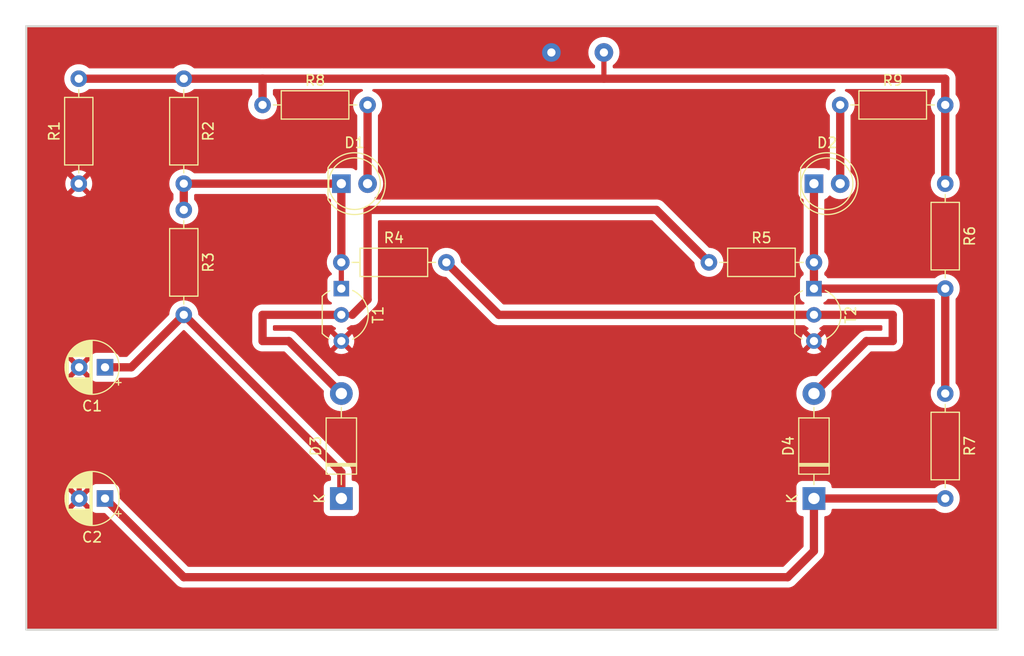
<source format=kicad_pcb>
(kicad_pcb (version 20221018) (generator pcbnew)
  (title_block (title "Semafór") (date "2025-04-04") (rev "1") (company "Piaristická spojená škola") (comment 2 "Dominik Nagy") (comment 3 "Autor:"))
  (layers (0 "F.Cu" signal) (31 "B.Cu" signal) (34 "B.Paste" user) (35 "F.Paste" user) (36 "B.SilkS" user "B.Silkscreen") (37 "F.SilkS" user "F.Silkscreen") (38 "B.Mask" user) (39 "F.Mask" user) (44 "Edge.Cuts" user))
  (net 0 "")
  (net 1 "Net-(D3-K)")
  (net 2 "GND")
  (net 3 "Net-(D4-K)")
  (net 4 "Net-(D1-K)")
  (net 5 "Net-(D1-A)")
  (net 6 "Net-(D2-K)")
  (net 7 "Net-(D2-A)")
  (net 8 "Net-(D3-A)")
  (net 9 "Net-(D4-A)")
  (net 10 "+9V")
  (footprint "LED_THT:LED_D5.0mm" (layer "F.Cu") (at 195.58 104.14)
    (fp_text reference "D1" (at 1.27 -3.96) (layer "F.SilkS"))
    (fp_text value "RED")
    (fp_line (start -1.29 -1.545) (end -1.29 1.545) (stroke (width 0.12)) (layer "F.SilkS"))
    (fp_arc (start -1.29 -1.54483) (mid 2.072002 -2.880433) (end 4.26 0.000462) (stroke (width 0.12)) (layer "F.SilkS"))
    (fp_arc (start 4.26 -0.000462) (mid 2.072002 2.880433) (end -1.29 1.54483) (stroke (width 0.12)) (layer "F.SilkS"))
    (fp_circle (center 1.27 0) (end 3.77 0) (stroke (width 0.12)) (fill none) (layer "F.SilkS"))
    (pad "1" thru_hole rect (at 0 0) (size 1.8 1.8) (drill 0.9) (layers "*.Cu" "*.Mask") (net 4 "Net-(D1-K)"))
    (pad "2" thru_hole circle (at 2.54 0) (size 1.8 1.8) (drill 0.9) (layers "*.Cu" "*.Mask") (net 5 "Net-(D1-A)"))
  )
  (footprint "Resistor_THT:R_Axial_DIN0207_L6.3mm_D2.5mm_P10.16mm_Horizontal" (layer "F.Cu") (at 180.34 106.68 -90)
    (fp_text reference "R3" (at 5.08 -2.37 90) (layer "F.SilkS"))
    (fp_text value "1kΩ")
    (fp_line (start 1.04 0) (end 1.81 0) (stroke (width 0.12)) (layer "F.SilkS"))
    (fp_line (start 1.81 -1.37) (end 1.81 1.37) (stroke (width 0.12)) (layer "F.SilkS"))
    (fp_line (start 1.81 1.37) (end 8.35 1.37) (stroke (width 0.12)) (layer "F.SilkS"))
    (fp_line (start 8.35 -1.37) (end 1.81 -1.37) (stroke (width 0.12)) (layer "F.SilkS"))
    (fp_line (start 8.35 1.37) (end 8.35 -1.37) (stroke (width 0.12)) (layer "F.SilkS"))
    (fp_line (start 9.12 0) (end 8.35 0) (stroke (width 0.12)) (layer "F.SilkS"))
    (pad "1" thru_hole circle (at 0 0 270) (size 1.6 1.6) (drill 0.8) (layers "*.Cu" "*.Mask") (net 4 "Net-(D1-K)"))
    (pad "2" thru_hole oval (at 10.16 0 270) (size 1.6 1.6) (drill 0.8) (layers "*.Cu" "*.Mask") (net 1 "Net-(D3-K)"))
  )
  (footprint "Resistor_THT:R_Axial_DIN0207_L6.3mm_D2.5mm_P10.16mm_Horizontal" (layer "F.Cu") (at 170.18 104.14 90)
    (fp_text reference "R1" (at 5.08 -2.37 90) (layer "F.SilkS"))
    (fp_text value "10kΩ")
    (fp_line (start 1.04 0) (end 1.81 0) (stroke (width 0.12)) (layer "F.SilkS"))
    (fp_line (start 1.81 -1.37) (end 1.81 1.37) (stroke (width 0.12)) (layer "F.SilkS"))
    (fp_line (start 1.81 1.37) (end 8.35 1.37) (stroke (width 0.12)) (layer "F.SilkS"))
    (fp_line (start 8.35 -1.37) (end 1.81 -1.37) (stroke (width 0.12)) (layer "F.SilkS"))
    (fp_line (start 8.35 1.37) (end 8.35 -1.37) (stroke (width 0.12)) (layer "F.SilkS"))
    (fp_line (start 9.12 0) (end 8.35 0) (stroke (width 0.12)) (layer "F.SilkS"))
    (pad "1" thru_hole circle (at 0 0 90) (size 1.6 1.6) (drill 0.8) (layers "*.Cu" "*.Mask") (net 2 "GND"))
    (pad "2" thru_hole oval (at 10.16 0 90) (size 1.6 1.6) (drill 0.8) (layers "*.Cu" "*.Mask") (net 10 "+9V"))
  )
  (footprint "Resistor_THT:R_Axial_DIN0207_L6.3mm_D2.5mm_P10.16mm_Horizontal" (layer "F.Cu") (at 254 104.14 -90)
    (fp_text reference "R6" (at 5.08 -2.37 90) (layer "F.SilkS"))
    (fp_text value "1kΩ")
    (fp_line (start 1.04 0) (end 1.81 0) (stroke (width 0.12)) (layer "F.SilkS"))
    (fp_line (start 1.81 -1.37) (end 1.81 1.37) (stroke (width 0.12)) (layer "F.SilkS"))
    (fp_line (start 1.81 1.37) (end 8.35 1.37) (stroke (width 0.12)) (layer "F.SilkS"))
    (fp_line (start 8.35 -1.37) (end 1.81 -1.37) (stroke (width 0.12)) (layer "F.SilkS"))
    (fp_line (start 8.35 1.37) (end 8.35 -1.37) (stroke (width 0.12)) (layer "F.SilkS"))
    (fp_line (start 9.12 0) (end 8.35 0) (stroke (width 0.12)) (layer "F.SilkS"))
    (pad "1" thru_hole circle (at 0 0 270) (size 1.6 1.6) (drill 0.8) (layers "*.Cu" "*.Mask") (net 10 "+9V"))
    (pad "2" thru_hole oval (at 10.16 0 270) (size 1.6 1.6) (drill 0.8) (layers "*.Cu" "*.Mask") (net 6 "Net-(D2-K)"))
  )
  (footprint "Resistor_THT:R_Axial_DIN0207_L6.3mm_D2.5mm_P10.16mm_Horizontal" (layer "F.Cu") (at 243.84 96.52)
    (fp_text reference "R9" (at 5.08 -2.37) (layer "F.SilkS"))
    (fp_text value "470Ω")
    (fp_line (start 1.04 0) (end 1.81 0) (stroke (width 0.12)) (layer "F.SilkS"))
    (fp_line (start 1.81 -1.37) (end 1.81 1.37) (stroke (width 0.12)) (layer "F.SilkS"))
    (fp_line (start 1.81 1.37) (end 8.35 1.37) (stroke (width 0.12)) (layer "F.SilkS"))
    (fp_line (start 8.35 -1.37) (end 1.81 -1.37) (stroke (width 0.12)) (layer "F.SilkS"))
    (fp_line (start 8.35 1.37) (end 8.35 -1.37) (stroke (width 0.12)) (layer "F.SilkS"))
    (fp_line (start 9.12 0) (end 8.35 0) (stroke (width 0.12)) (layer "F.SilkS"))
    (pad "1" thru_hole circle (at 0 0) (size 1.6 1.6) (drill 0.8) (layers "*.Cu" "*.Mask") (net 7 "Net-(D2-A)"))
    (pad "2" thru_hole oval (at 10.16 0) (size 1.6 1.6) (drill 0.8) (layers "*.Cu" "*.Mask") (net 10 "+9V"))
  )
  (footprint "Diode_THT:D_DO-41_SOD81_P10.16mm_Horizontal" (layer "F.Cu") (at 241.3 134.62 90)
    (fp_text reference "D4" (at 5.08 -2.47 90) (layer "F.SilkS"))
    (fp_text value "1N4001")
    (fp_text user "K" (at 0 -2.1 90) (layer "F.SilkS"))
    (fp_line (start 1.34 0) (end 2.36 0) (stroke (width 0.12)) (layer "F.SilkS"))
    (fp_line (start 2.36 -1.47) (end 2.36 1.47) (stroke (width 0.12)) (layer "F.SilkS"))
    (fp_line (start 2.36 1.47) (end 7.8 1.47) (stroke (width 0.12)) (layer "F.SilkS"))
    (fp_line (start 3.14 -1.47) (end 3.14 1.47) (stroke (width 0.12)) (layer "F.SilkS"))
    (fp_line (start 3.26 -1.47) (end 3.26 1.47) (stroke (width 0.12)) (layer "F.SilkS"))
    (fp_line (start 3.38 -1.47) (end 3.38 1.47) (stroke (width 0.12)) (layer "F.SilkS"))
    (fp_line (start 7.8 -1.47) (end 2.36 -1.47) (stroke (width 0.12)) (layer "F.SilkS"))
    (fp_line (start 7.8 1.47) (end 7.8 -1.47) (stroke (width 0.12)) (layer "F.SilkS"))
    (fp_line (start 8.82 0) (end 7.8 0) (stroke (width 0.12)) (layer "F.SilkS"))
    (pad "1" thru_hole rect (at 0 0 90) (size 2.2 2.2) (drill 1.1) (layers "*.Cu" "*.Mask") (net 3 "Net-(D4-K)"))
    (pad "2" thru_hole oval (at 10.16 0 90) (size 2.2 2.2) (drill 1.1) (layers "*.Cu" "*.Mask") (net 9 "Net-(D4-A)"))
  )
  (footprint "Diode_THT:D_DO-41_SOD81_P10.16mm_Horizontal" (layer "F.Cu") (at 195.58 134.62 90)
    (fp_text reference "D3" (at 5.08 -2.47 90) (layer "F.SilkS"))
    (fp_text value "1N4001")
    (fp_text user "K" (at 0 -2.1 90) (layer "F.SilkS"))
    (fp_line (start 1.34 0) (end 2.36 0) (stroke (width 0.12)) (layer "F.SilkS"))
    (fp_line (start 2.36 -1.47) (end 2.36 1.47) (stroke (width 0.12)) (layer "F.SilkS"))
    (fp_line (start 2.36 1.47) (end 7.8 1.47) (stroke (width 0.12)) (layer "F.SilkS"))
    (fp_line (start 3.14 -1.47) (end 3.14 1.47) (stroke (width 0.12)) (layer "F.SilkS"))
    (fp_line (start 3.26 -1.47) (end 3.26 1.47) (stroke (width 0.12)) (layer "F.SilkS"))
    (fp_line (start 3.38 -1.47) (end 3.38 1.47) (stroke (width 0.12)) (layer "F.SilkS"))
    (fp_line (start 7.8 -1.47) (end 2.36 -1.47) (stroke (width 0.12)) (layer "F.SilkS"))
    (fp_line (start 7.8 1.47) (end 7.8 -1.47) (stroke (width 0.12)) (layer "F.SilkS"))
    (fp_line (start 8.82 0) (end 7.8 0) (stroke (width 0.12)) (layer "F.SilkS"))
    (pad "1" thru_hole rect (at 0 0 90) (size 2.2 2.2) (drill 1.1) (layers "*.Cu" "*.Mask") (net 1 "Net-(D3-K)"))
    (pad "2" thru_hole oval (at 10.16 0 90) (size 2.2 2.2) (drill 1.1) (layers "*.Cu" "*.Mask") (net 8 "Net-(D3-A)"))
  )
  (footprint "LED_THT:LED_D5.0mm" (layer "F.Cu") (at 241.3 104.14)
    (fp_text reference "D2" (at 1.27 -3.96) (layer "F.SilkS"))
    (fp_text value "GREEN")
    (fp_line (start -1.29 -1.545) (end -1.29 1.545) (stroke (width 0.12)) (layer "F.SilkS"))
    (fp_arc (start -1.29 -1.54483) (mid 2.072002 -2.880433) (end 4.26 0.000462) (stroke (width 0.12)) (layer "F.SilkS"))
    (fp_arc (start 4.26 -0.000462) (mid 2.072002 2.880433) (end -1.29 1.54483) (stroke (width 0.12)) (layer "F.SilkS"))
    (fp_circle (center 1.27 0) (end 3.77 0) (stroke (width 0.12)) (fill none) (layer "F.SilkS"))
    (pad "1" thru_hole rect (at 0 0) (size 1.8 1.8) (drill 0.9) (layers "*.Cu" "*.Mask") (net 6 "Net-(D2-K)"))
    (pad "2" thru_hole circle (at 2.54 0) (size 1.8 1.8) (drill 0.9) (layers "*.Cu" "*.Mask") (net 7 "Net-(D2-A)"))
  )
  (footprint "Capacitor_THT:CP_Radial_D5.0mm_P2.50mm" (layer "F.Cu") (at 172.72 121.92 180)
    (fp_text reference "C1" (at 1.25 -3.75) (layer "F.SilkS"))
    (fp_text value "10µF")
    (fp_line (start -1.554775 -1.475) (end -1.054775 -1.475) (stroke (width 0.12)) (layer "F.SilkS"))
    (fp_line (start -1.304775 -1.725) (end -1.304775 -1.225) (stroke (width 0.12)) (layer "F.SilkS"))
    (fp_line (start 1.25 -2.58) (end 1.25 2.58) (stroke (width 0.12)) (layer "F.SilkS"))
    (fp_line (start 1.29 -2.58) (end 1.29 2.58) (stroke (width 0.12)) (layer "F.SilkS"))
    (fp_line (start 1.33 -2.579) (end 1.33 2.579) (stroke (width 0.12)) (layer "F.SilkS"))
    (fp_line (start 1.37 -2.578) (end 1.37 2.578) (stroke (width 0.12)) (layer "F.SilkS"))
    (fp_line (start 1.41 -2.576) (end 1.41 2.576) (stroke (width 0.12)) (layer "F.SilkS"))
    (fp_line (start 1.45 -2.573) (end 1.45 2.573) (stroke (width 0.12)) (layer "F.SilkS"))
    (fp_line (start 1.49 -2.569) (end 1.49 -1.04) (stroke (width 0.12)) (layer "F.SilkS"))
    (fp_line (start 1.49 1.04) (end 1.49 2.569) (stroke (width 0.12)) (layer "F.SilkS"))
    (fp_line (start 1.53 -2.565) (end 1.53 -1.04) (stroke (width 0.12)) (layer "F.SilkS"))
    (fp_line (start 1.53 1.04) (end 1.53 2.565) (stroke (width 0.12)) (layer "F.SilkS"))
    (fp_line (start 1.57 -2.561) (end 1.57 -1.04) (stroke (width 0.12)) (layer "F.SilkS"))
    (fp_line (start 1.57 1.04) (end 1.57 2.561) (stroke (width 0.12)) (layer "F.SilkS"))
    (fp_line (start 1.61 -2.556) (end 1.61 -1.04) (stroke (width 0.12)) (layer "F.SilkS"))
    (fp_line (start 1.61 1.04) (end 1.61 2.556) (stroke (width 0.12)) (layer "F.SilkS"))
    (fp_line (start 1.65 -2.55) (end 1.65 -1.04) (stroke (width 0.12)) (layer "F.SilkS"))
    (fp_line (start 1.65 1.04) (end 1.65 2.55) (stroke (width 0.12)) (layer "F.SilkS"))
    (fp_line (start 1.69 -2.543) (end 1.69 -1.04) (stroke (width 0.12)) (layer "F.SilkS"))
    (fp_line (start 1.69 1.04) (end 1.69 2.543) (stroke (width 0.12)) (layer "F.SilkS"))
    (fp_line (start 1.73 -2.536) (end 1.73 -1.04) (stroke (width 0.12)) (layer "F.SilkS"))
    (fp_line (start 1.73 1.04) (end 1.73 2.536) (stroke (width 0.12)) (layer "F.SilkS"))
    (fp_line (start 1.77 -2.528) (end 1.77 -1.04) (stroke (width 0.12)) (layer "F.SilkS"))
    (fp_line (start 1.77 1.04) (end 1.77 2.528) (stroke (width 0.12)) (layer "F.SilkS"))
    (fp_line (start 1.81 -2.52) (end 1.81 -1.04) (stroke (width 0.12)) (layer "F.SilkS"))
    (fp_line (start 1.81 1.04) (end 1.81 2.52) (stroke (width 0.12)) (layer "F.SilkS"))
    (fp_line (start 1.85 -2.511) (end 1.85 -1.04) (stroke (width 0.12)) (layer "F.SilkS"))
    (fp_line (start 1.85 1.04) (end 1.85 2.511) (stroke (width 0.12)) (layer "F.SilkS"))
    (fp_line (start 1.89 -2.501) (end 1.89 -1.04) (stroke (width 0.12)) (layer "F.SilkS"))
    (fp_line (start 1.89 1.04) (end 1.89 2.501) (stroke (width 0.12)) (layer "F.SilkS"))
    (fp_line (start 1.93 -2.491) (end 1.93 -1.04) (stroke (width 0.12)) (layer "F.SilkS"))
    (fp_line (start 1.93 1.04) (end 1.93 2.491) (stroke (width 0.12)) (layer "F.SilkS"))
    (fp_line (start 1.971 -2.48) (end 1.971 -1.04) (stroke (width 0.12)) (layer "F.SilkS"))
    (fp_line (start 1.971 1.04) (end 1.971 2.48) (stroke (width 0.12)) (layer "F.SilkS"))
    (fp_line (start 2.011 -2.468) (end 2.011 -1.04) (stroke (width 0.12)) (layer "F.SilkS"))
    (fp_line (start 2.011 1.04) (end 2.011 2.468) (stroke (width 0.12)) (layer "F.SilkS"))
    (fp_line (start 2.051 -2.455) (end 2.051 -1.04) (stroke (width 0.12)) (layer "F.SilkS"))
    (fp_line (start 2.051 1.04) (end 2.051 2.455) (stroke (width 0.12)) (layer "F.SilkS"))
    (fp_line (start 2.091 -2.442) (end 2.091 -1.04) (stroke (width 0.12)) (layer "F.SilkS"))
    (fp_line (start 2.091 1.04) (end 2.091 2.442) (stroke (width 0.12)) (layer "F.SilkS"))
    (fp_line (start 2.131 -2.428) (end 2.131 -1.04) (stroke (width 0.12)) (layer "F.SilkS"))
    (fp_line (start 2.131 1.04) (end 2.131 2.428) (stroke (width 0.12)) (layer "F.SilkS"))
    (fp_line (start 2.171 -2.414) (end 2.171 -1.04) (stroke (width 0.12)) (layer "F.SilkS"))
    (fp_line (start 2.171 1.04) (end 2.171 2.414) (stroke (width 0.12)) (layer "F.SilkS"))
    (fp_line (start 2.211 -2.398) (end 2.211 -1.04) (stroke (width 0.12)) (layer "F.SilkS"))
    (fp_line (start 2.211 1.04) (end 2.211 2.398) (stroke (width 0.12)) (layer "F.SilkS"))
    (fp_line (start 2.251 -2.382) (end 2.251 -1.04) (stroke (width 0.12)) (layer "F.SilkS"))
    (fp_line (start 2.251 1.04) (end 2.251 2.382) (stroke (width 0.12)) (layer "F.SilkS"))
    (fp_line (start 2.291 -2.365) (end 2.291 -1.04) (stroke (width 0.12)) (layer "F.SilkS"))
    (fp_line (start 2.291 1.04) (end 2.291 2.365) (stroke (width 0.12)) (layer "F.SilkS"))
    (fp_line (start 2.331 -2.348) (end 2.331 -1.04) (stroke (width 0.12)) (layer "F.SilkS"))
    (fp_line (start 2.331 1.04) (end 2.331 2.348) (stroke (width 0.12)) (layer "F.SilkS"))
    (fp_line (start 2.371 -2.329) (end 2.371 -1.04) (stroke (width 0.12)) (layer "F.SilkS"))
    (fp_line (start 2.371 1.04) (end 2.371 2.329) (stroke (width 0.12)) (layer "F.SilkS"))
    (fp_line (start 2.411 -2.31) (end 2.411 -1.04) (stroke (width 0.12)) (layer "F.SilkS"))
    (fp_line (start 2.411 1.04) (end 2.411 2.31) (stroke (width 0.12)) (layer "F.SilkS"))
    (fp_line (start 2.451 -2.29) (end 2.451 -1.04) (stroke (width 0.12)) (layer "F.SilkS"))
    (fp_line (start 2.451 1.04) (end 2.451 2.29) (stroke (width 0.12)) (layer "F.SilkS"))
    (fp_line (start 2.491 -2.268) (end 2.491 -1.04) (stroke (width 0.12)) (layer "F.SilkS"))
    (fp_line (start 2.491 1.04) (end 2.491 2.268) (stroke (width 0.12)) (layer "F.SilkS"))
    (fp_line (start 2.531 -2.247) (end 2.531 -1.04) (stroke (width 0.12)) (layer "F.SilkS"))
    (fp_line (start 2.531 1.04) (end 2.531 2.247) (stroke (width 0.12)) (layer "F.SilkS"))
    (fp_line (start 2.571 -2.224) (end 2.571 -1.04) (stroke (width 0.12)) (layer "F.SilkS"))
    (fp_line (start 2.571 1.04) (end 2.571 2.224) (stroke (width 0.12)) (layer "F.SilkS"))
    (fp_line (start 2.611 -2.2) (end 2.611 -1.04) (stroke (width 0.12)) (layer "F.SilkS"))
    (fp_line (start 2.611 1.04) (end 2.611 2.2) (stroke (width 0.12)) (layer "F.SilkS"))
    (fp_line (start 2.651 -2.175) (end 2.651 -1.04) (stroke (width 0.12)) (layer "F.SilkS"))
    (fp_line (start 2.651 1.04) (end 2.651 2.175) (stroke (width 0.12)) (layer "F.SilkS"))
    (fp_line (start 2.691 -2.149) (end 2.691 -1.04) (stroke (width 0.12)) (layer "F.SilkS"))
    (fp_line (start 2.691 1.04) (end 2.691 2.149) (stroke (width 0.12)) (layer "F.SilkS"))
    (fp_line (start 2.731 -2.122) (end 2.731 -1.04) (stroke (width 0.12)) (layer "F.SilkS"))
    (fp_line (start 2.731 1.04) (end 2.731 2.122) (stroke (width 0.12)) (layer "F.SilkS"))
    (fp_line (start 2.771 -2.095) (end 2.771 -1.04) (stroke (width 0.12)) (layer "F.SilkS"))
    (fp_line (start 2.771 1.04) (end 2.771 2.095) (stroke (width 0.12)) (layer "F.SilkS"))
    (fp_line (start 2.811 -2.065) (end 2.811 -1.04) (stroke (width 0.12)) (layer "F.SilkS"))
    (fp_line (start 2.811 1.04) (end 2.811 2.065) (stroke (width 0.12)) (layer "F.SilkS"))
    (fp_line (start 2.851 -2.035) (end 2.851 -1.04) (stroke (width 0.12)) (layer "F.SilkS"))
    (fp_line (start 2.851 1.04) (end 2.851 2.035) (stroke (width 0.12)) (layer "F.SilkS"))
    (fp_line (start 2.891 -2.004) (end 2.891 -1.04) (stroke (width 0.12)) (layer "F.SilkS"))
    (fp_line (start 2.891 1.04) (end 2.891 2.004) (stroke (width 0.12)) (layer "F.SilkS"))
    (fp_line (start 2.931 -1.971) (end 2.931 -1.04) (stroke (width 0.12)) (layer "F.SilkS"))
    (fp_line (start 2.931 1.04) (end 2.931 1.971) (stroke (width 0.12)) (layer "F.SilkS"))
    (fp_line (start 2.971 -1.937) (end 2.971 -1.04) (stroke (width 0.12)) (layer "F.SilkS"))
    (fp_line (start 2.971 1.04) (end 2.971 1.937) (stroke (width 0.12)) (layer "F.SilkS"))
    (fp_line (start 3.011 -1.901) (end 3.011 -1.04) (stroke (width 0.12)) (layer "F.SilkS"))
    (fp_line (start 3.011 1.04) (end 3.011 1.901) (stroke (width 0.12)) (layer "F.SilkS"))
    (fp_line (start 3.051 -1.864) (end 3.051 -1.04) (stroke (width 0.12)) (layer "F.SilkS"))
    (fp_line (start 3.051 1.04) (end 3.051 1.864) (stroke (width 0.12)) (layer "F.SilkS"))
    (fp_line (start 3.091 -1.826) (end 3.091 -1.04) (stroke (width 0.12)) (layer "F.SilkS"))
    (fp_line (start 3.091 1.04) (end 3.091 1.826) (stroke (width 0.12)) (layer "F.SilkS"))
    (fp_line (start 3.131 -1.785) (end 3.131 -1.04) (stroke (width 0.12)) (layer "F.SilkS"))
    (fp_line (start 3.131 1.04) (end 3.131 1.785) (stroke (width 0.12)) (layer "F.SilkS"))
    (fp_line (start 3.171 -1.743) (end 3.171 -1.04) (stroke (width 0.12)) (layer "F.SilkS"))
    (fp_line (start 3.171 1.04) (end 3.171 1.743) (stroke (width 0.12)) (layer "F.SilkS"))
    (fp_line (start 3.211 -1.699) (end 3.211 -1.04) (stroke (width 0.12)) (layer "F.SilkS"))
    (fp_line (start 3.211 1.04) (end 3.211 1.699) (stroke (width 0.12)) (layer "F.SilkS"))
    (fp_line (start 3.251 -1.653) (end 3.251 -1.04) (stroke (width 0.12)) (layer "F.SilkS"))
    (fp_line (start 3.251 1.04) (end 3.251 1.653) (stroke (width 0.12)) (layer "F.SilkS"))
    (fp_line (start 3.291 -1.605) (end 3.291 -1.04) (stroke (width 0.12)) (layer "F.SilkS"))
    (fp_line (start 3.291 1.04) (end 3.291 1.605) (stroke (width 0.12)) (layer "F.SilkS"))
    (fp_line (start 3.331 -1.554) (end 3.331 -1.04) (stroke (width 0.12)) (layer "F.SilkS"))
    (fp_line (start 3.331 1.04) (end 3.331 1.554) (stroke (width 0.12)) (layer "F.SilkS"))
    (fp_line (start 3.371 -1.5) (end 3.371 -1.04) (stroke (width 0.12)) (layer "F.SilkS"))
    (fp_line (start 3.371 1.04) (end 3.371 1.5) (stroke (width 0.12)) (layer "F.SilkS"))
    (fp_line (start 3.411 -1.443) (end 3.411 -1.04) (stroke (width 0.12)) (layer "F.SilkS"))
    (fp_line (start 3.411 1.04) (end 3.411 1.443) (stroke (width 0.12)) (layer "F.SilkS"))
    (fp_line (start 3.451 -1.383) (end 3.451 -1.04) (stroke (width 0.12)) (layer "F.SilkS"))
    (fp_line (start 3.451 1.04) (end 3.451 1.383) (stroke (width 0.12)) (layer "F.SilkS"))
    (fp_line (start 3.491 -1.319) (end 3.491 -1.04) (stroke (width 0.12)) (layer "F.SilkS"))
    (fp_line (start 3.491 1.04) (end 3.491 1.319) (stroke (width 0.12)) (layer "F.SilkS"))
    (fp_line (start 3.531 -1.251) (end 3.531 -1.04) (stroke (width 0.12)) (layer "F.SilkS"))
    (fp_line (start 3.531 1.04) (end 3.531 1.251) (stroke (width 0.12)) (layer "F.SilkS"))
    (fp_line (start 3.571 -1.178) (end 3.571 1.178) (stroke (width 0.12)) (layer "F.SilkS"))
    (fp_line (start 3.611 -1.098) (end 3.611 1.098) (stroke (width 0.12)) (layer "F.SilkS"))
    (fp_line (start 3.651 -1.011) (end 3.651 1.011) (stroke (width 0.12)) (layer "F.SilkS"))
    (fp_line (start 3.691 -0.915) (end 3.691 0.915) (stroke (width 0.12)) (layer "F.SilkS"))
    (fp_line (start 3.731 -0.805) (end 3.731 0.805) (stroke (width 0.12)) (layer "F.SilkS"))
    (fp_line (start 3.771 -0.677) (end 3.771 0.677) (stroke (width 0.12)) (layer "F.SilkS"))
    (fp_line (start 3.811 -0.518) (end 3.811 0.518) (stroke (width 0.12)) (layer "F.SilkS"))
    (fp_line (start 3.851 -0.284) (end 3.851 0.284) (stroke (width 0.12)) (layer "F.SilkS"))
    (fp_circle (center 1.25 0) (end 3.87 0) (stroke (width 0.12)) (fill none) (layer "F.SilkS"))
    (pad "1" thru_hole rect (at 0 0 180) (size 1.6 1.6) (drill 0.8) (layers "*.Cu" "*.Mask") (net 1 "Net-(D3-K)"))
    (pad "2" thru_hole circle (at 2.5 0 180) (size 1.6 1.6) (drill 0.8) (layers "*.Cu" "*.Mask") (net 2 "GND"))
  )
  (footprint "Resistor_THT:R_Axial_DIN0207_L6.3mm_D2.5mm_P10.16mm_Horizontal" (layer "F.Cu") (at 195.58 111.76)
    (fp_text reference "R4" (at 5.08 -2.37) (layer "F.SilkS"))
    (fp_text value "22kΩ")
    (fp_line (start 1.04 0) (end 1.81 0) (stroke (width 0.12)) (layer "F.SilkS"))
    (fp_line (start 1.81 -1.37) (end 1.81 1.37) (stroke (width 0.12)) (layer "F.SilkS"))
    (fp_line (start 1.81 1.37) (end 8.35 1.37) (stroke (width 0.12)) (layer "F.SilkS"))
    (fp_line (start 8.35 -1.37) (end 1.81 -1.37) (stroke (width 0.12)) (layer "F.SilkS"))
    (fp_line (start 8.35 1.37) (end 8.35 -1.37) (stroke (width 0.12)) (layer "F.SilkS"))
    (fp_line (start 9.12 0) (end 8.35 0) (stroke (width 0.12)) (layer "F.SilkS"))
    (pad "1" thru_hole circle (at 0 0) (size 1.6 1.6) (drill 0.8) (layers "*.Cu" "*.Mask") (net 4 "Net-(D1-K)"))
    (pad "2" thru_hole oval (at 10.16 0) (size 1.6 1.6) (drill 0.8) (layers "*.Cu" "*.Mask") (net 9 "Net-(D4-A)"))
  )
  (footprint "Resistor_THT:R_Axial_DIN0207_L6.3mm_D2.5mm_P10.16mm_Horizontal" (layer "F.Cu") (at 254 124.46 -90)
    (fp_text reference "R7" (at 5.08 -2.37 90) (layer "F.SilkS"))
    (fp_text value "1kΩ")
    (fp_line (start 1.04 0) (end 1.81 0) (stroke (width 0.12)) (layer "F.SilkS"))
    (fp_line (start 1.81 -1.37) (end 1.81 1.37) (stroke (width 0.12)) (layer "F.SilkS"))
    (fp_line (start 1.81 1.37) (end 8.35 1.37) (stroke (width 0.12)) (layer "F.SilkS"))
    (fp_line (start 8.35 -1.37) (end 1.81 -1.37) (stroke (width 0.12)) (layer "F.SilkS"))
    (fp_line (start 8.35 1.37) (end 8.35 -1.37) (stroke (width 0.12)) (layer "F.SilkS"))
    (fp_line (start 9.12 0) (end 8.35 0) (stroke (width 0.12)) (layer "F.SilkS"))
    (pad "1" thru_hole circle (at 0 0 270) (size 1.6 1.6) (drill 0.8) (layers "*.Cu" "*.Mask") (net 6 "Net-(D2-K)"))
    (pad "2" thru_hole oval (at 10.16 0 270) (size 1.6 1.6) (drill 0.8) (layers "*.Cu" "*.Mask") (net 3 "Net-(D4-K)"))
  )
  (footprint "Capacitor_THT:CP_Radial_D5.0mm_P2.50mm" (layer "F.Cu") (at 172.72 134.62 180)
    (fp_text reference "C2" (at 1.25 -3.75) (layer "F.SilkS"))
    (fp_text value "10µF")
    (fp_line (start -1.554775 -1.475) (end -1.054775 -1.475) (stroke (width 0.12)) (layer "F.SilkS"))
    (fp_line (start -1.304775 -1.725) (end -1.304775 -1.225) (stroke (width 0.12)) (layer "F.SilkS"))
    (fp_line (start 1.25 -2.58) (end 1.25 2.58) (stroke (width 0.12)) (layer "F.SilkS"))
    (fp_line (start 1.29 -2.58) (end 1.29 2.58) (stroke (width 0.12)) (layer "F.SilkS"))
    (fp_line (start 1.33 -2.579) (end 1.33 2.579) (stroke (width 0.12)) (layer "F.SilkS"))
    (fp_line (start 1.37 -2.578) (end 1.37 2.578) (stroke (width 0.12)) (layer "F.SilkS"))
    (fp_line (start 1.41 -2.576) (end 1.41 2.576) (stroke (width 0.12)) (layer "F.SilkS"))
    (fp_line (start 1.45 -2.573) (end 1.45 2.573) (stroke (width 0.12)) (layer "F.SilkS"))
    (fp_line (start 1.49 -2.569) (end 1.49 -1.04) (stroke (width 0.12)) (layer "F.SilkS"))
    (fp_line (start 1.49 1.04) (end 1.49 2.569) (stroke (width 0.12)) (layer "F.SilkS"))
    (fp_line (start 1.53 -2.565) (end 1.53 -1.04) (stroke (width 0.12)) (layer "F.SilkS"))
    (fp_line (start 1.53 1.04) (end 1.53 2.565) (stroke (width 0.12)) (layer "F.SilkS"))
    (fp_line (start 1.57 -2.561) (end 1.57 -1.04) (stroke (width 0.12)) (layer "F.SilkS"))
    (fp_line (start 1.57 1.04) (end 1.57 2.561) (stroke (width 0.12)) (layer "F.SilkS"))
    (fp_line (start 1.61 -2.556) (end 1.61 -1.04) (stroke (width 0.12)) (layer "F.SilkS"))
    (fp_line (start 1.61 1.04) (end 1.61 2.556) (stroke (width 0.12)) (layer "F.SilkS"))
    (fp_line (start 1.65 -2.55) (end 1.65 -1.04) (stroke (width 0.12)) (layer "F.SilkS"))
    (fp_line (start 1.65 1.04) (end 1.65 2.55) (stroke (width 0.12)) (layer "F.SilkS"))
    (fp_line (start 1.69 -2.543) (end 1.69 -1.04) (stroke (width 0.12)) (layer "F.SilkS"))
    (fp_line (start 1.69 1.04) (end 1.69 2.543) (stroke (width 0.12)) (layer "F.SilkS"))
    (fp_line (start 1.73 -2.536) (end 1.73 -1.04) (stroke (width 0.12)) (layer "F.SilkS"))
    (fp_line (start 1.73 1.04) (end 1.73 2.536) (stroke (width 0.12)) (layer "F.SilkS"))
    (fp_line (start 1.77 -2.528) (end 1.77 -1.04) (stroke (width 0.12)) (layer "F.SilkS"))
    (fp_line (start 1.77 1.04) (end 1.77 2.528) (stroke (width 0.12)) (layer "F.SilkS"))
    (fp_line (start 1.81 -2.52) (end 1.81 -1.04) (stroke (width 0.12)) (layer "F.SilkS"))
    (fp_line (start 1.81 1.04) (end 1.81 2.52) (stroke (width 0.12)) (layer "F.SilkS"))
    (fp_line (start 1.85 -2.511) (end 1.85 -1.04) (stroke (width 0.12)) (layer "F.SilkS"))
    (fp_line (start 1.85 1.04) (end 1.85 2.511) (stroke (width 0.12)) (layer "F.SilkS"))
    (fp_line (start 1.89 -2.501) (end 1.89 -1.04) (stroke (width 0.12)) (layer "F.SilkS"))
    (fp_line (start 1.89 1.04) (end 1.89 2.501) (stroke (width 0.12)) (layer "F.SilkS"))
    (fp_line (start 1.93 -2.491) (end 1.93 -1.04) (stroke (width 0.12)) (layer "F.SilkS"))
    (fp_line (start 1.93 1.04) (end 1.93 2.491) (stroke (width 0.12)) (layer "F.SilkS"))
    (fp_line (start 1.971 -2.48) (end 1.971 -1.04) (stroke (width 0.12)) (layer "F.SilkS"))
    (fp_line (start 1.971 1.04) (end 1.971 2.48) (stroke (width 0.12)) (layer "F.SilkS"))
    (fp_line (start 2.011 -2.468) (end 2.011 -1.04) (stroke (width 0.12)) (layer "F.SilkS"))
    (fp_line (start 2.011 1.04) (end 2.011 2.468) (stroke (width 0.12)) (layer "F.SilkS"))
    (fp_line (start 2.051 -2.455) (end 2.051 -1.04) (stroke (width 0.12)) (layer "F.SilkS"))
    (fp_line (start 2.051 1.04) (end 2.051 2.455) (stroke (width 0.12)) (layer "F.SilkS"))
    (fp_line (start 2.091 -2.442) (end 2.091 -1.04) (stroke (width 0.12)) (layer "F.SilkS"))
    (fp_line (start 2.091 1.04) (end 2.091 2.442) (stroke (width 0.12)) (layer "F.SilkS"))
    (fp_line (start 2.131 -2.428) (end 2.131 -1.04) (stroke (width 0.12)) (layer "F.SilkS"))
    (fp_line (start 2.131 1.04) (end 2.131 2.428) (stroke (width 0.12)) (layer "F.SilkS"))
    (fp_line (start 2.171 -2.414) (end 2.171 -1.04) (stroke (width 0.12)) (layer "F.SilkS"))
    (fp_line (start 2.171 1.04) (end 2.171 2.414) (stroke (width 0.12)) (layer "F.SilkS"))
    (fp_line (start 2.211 -2.398) (end 2.211 -1.04) (stroke (width 0.12)) (layer "F.SilkS"))
    (fp_line (start 2.211 1.04) (end 2.211 2.398) (stroke (width 0.12)) (layer "F.SilkS"))
    (fp_line (start 2.251 -2.382) (end 2.251 -1.04) (stroke (width 0.12)) (layer "F.SilkS"))
    (fp_line (start 2.251 1.04) (end 2.251 2.382) (stroke (width 0.12)) (layer "F.SilkS"))
    (fp_line (start 2.291 -2.365) (end 2.291 -1.04) (stroke (width 0.12)) (layer "F.SilkS"))
    (fp_line (start 2.291 1.04) (end 2.291 2.365) (stroke (width 0.12)) (layer "F.SilkS"))
    (fp_line (start 2.331 -2.348) (end 2.331 -1.04) (stroke (width 0.12)) (layer "F.SilkS"))
    (fp_line (start 2.331 1.04) (end 2.331 2.348) (stroke (width 0.12)) (layer "F.SilkS"))
    (fp_line (start 2.371 -2.329) (end 2.371 -1.04) (stroke (width 0.12)) (layer "F.SilkS"))
    (fp_line (start 2.371 1.04) (end 2.371 2.329) (stroke (width 0.12)) (layer "F.SilkS"))
    (fp_line (start 2.411 -2.31) (end 2.411 -1.04) (stroke (width 0.12)) (layer "F.SilkS"))
    (fp_line (start 2.411 1.04) (end 2.411 2.31) (stroke (width 0.12)) (layer "F.SilkS"))
    (fp_line (start 2.451 -2.29) (end 2.451 -1.04) (stroke (width 0.12)) (layer "F.SilkS"))
    (fp_line (start 2.451 1.04) (end 2.451 2.29) (stroke (width 0.12)) (layer "F.SilkS"))
    (fp_line (start 2.491 -2.268) (end 2.491 -1.04) (stroke (width 0.12)) (layer "F.SilkS"))
    (fp_line (start 2.491 1.04) (end 2.491 2.268) (stroke (width 0.12)) (layer "F.SilkS"))
    (fp_line (start 2.531 -2.247) (end 2.531 -1.04) (stroke (width 0.12)) (layer "F.SilkS"))
    (fp_line (start 2.531 1.04) (end 2.531 2.247) (stroke (width 0.12)) (layer "F.SilkS"))
    (fp_line (start 2.571 -2.224) (end 2.571 -1.04) (stroke (width 0.12)) (layer "F.SilkS"))
    (fp_line (start 2.571 1.04) (end 2.571 2.224) (stroke (width 0.12)) (layer "F.SilkS"))
    (fp_line (start 2.611 -2.2) (end 2.611 -1.04) (stroke (width 0.12)) (layer "F.SilkS"))
    (fp_line (start 2.611 1.04) (end 2.611 2.2) (stroke (width 0.12)) (layer "F.SilkS"))
    (fp_line (start 2.651 -2.175) (end 2.651 -1.04) (stroke (width 0.12)) (layer "F.SilkS"))
    (fp_line (start 2.651 1.04) (end 2.651 2.175) (stroke (width 0.12)) (layer "F.SilkS"))
    (fp_line (start 2.691 -2.149) (end 2.691 -1.04) (stroke (width 0.12)) (layer "F.SilkS"))
    (fp_line (start 2.691 1.04) (end 2.691 2.149) (stroke (width 0.12)) (layer "F.SilkS"))
    (fp_line (start 2.731 -2.122) (end 2.731 -1.04) (stroke (width 0.12)) (layer "F.SilkS"))
    (fp_line (start 2.731 1.04) (end 2.731 2.122) (stroke (width 0.12)) (layer "F.SilkS"))
    (fp_line (start 2.771 -2.095) (end 2.771 -1.04) (stroke (width 0.12)) (layer "F.SilkS"))
    (fp_line (start 2.771 1.04) (end 2.771 2.095) (stroke (width 0.12)) (layer "F.SilkS"))
    (fp_line (start 2.811 -2.065) (end 2.811 -1.04) (stroke (width 0.12)) (layer "F.SilkS"))
    (fp_line (start 2.811 1.04) (end 2.811 2.065) (stroke (width 0.12)) (layer "F.SilkS"))
    (fp_line (start 2.851 -2.035) (end 2.851 -1.04) (stroke (width 0.12)) (layer "F.SilkS"))
    (fp_line (start 2.851 1.04) (end 2.851 2.035) (stroke (width 0.12)) (layer "F.SilkS"))
    (fp_line (start 2.891 -2.004) (end 2.891 -1.04) (stroke (width 0.12)) (layer "F.SilkS"))
    (fp_line (start 2.891 1.04) (end 2.891 2.004) (stroke (width 0.12)) (layer "F.SilkS"))
    (fp_line (start 2.931 -1.971) (end 2.931 -1.04) (stroke (width 0.12)) (layer "F.SilkS"))
    (fp_line (start 2.931 1.04) (end 2.931 1.971) (stroke (width 0.12)) (layer "F.SilkS"))
    (fp_line (start 2.971 -1.937) (end 2.971 -1.04) (stroke (width 0.12)) (layer "F.SilkS"))
    (fp_line (start 2.971 1.04) (end 2.971 1.937) (stroke (width 0.12)) (layer "F.SilkS"))
    (fp_line (start 3.011 -1.901) (end 3.011 -1.04) (stroke (width 0.12)) (layer "F.SilkS"))
    (fp_line (start 3.011 1.04) (end 3.011 1.901) (stroke (width 0.12)) (layer "F.SilkS"))
    (fp_line (start 3.051 -1.864) (end 3.051 -1.04) (stroke (width 0.12)) (layer "F.SilkS"))
    (fp_line (start 3.051 1.04) (end 3.051 1.864) (stroke (width 0.12)) (layer "F.SilkS"))
    (fp_line (start 3.091 -1.826) (end 3.091 -1.04) (stroke (width 0.12)) (layer "F.SilkS"))
    (fp_line (start 3.091 1.04) (end 3.091 1.826) (stroke (width 0.12)) (layer "F.SilkS"))
    (fp_line (start 3.131 -1.785) (end 3.131 -1.04) (stroke (width 0.12)) (layer "F.SilkS"))
    (fp_line (start 3.131 1.04) (end 3.131 1.785) (stroke (width 0.12)) (layer "F.SilkS"))
    (fp_line (start 3.171 -1.743) (end 3.171 -1.04) (stroke (width 0.12)) (layer "F.SilkS"))
    (fp_line (start 3.171 1.04) (end 3.171 1.743) (stroke (width 0.12)) (layer "F.SilkS"))
    (fp_line (start 3.211 -1.699) (end 3.211 -1.04) (stroke (width 0.12)) (layer "F.SilkS"))
    (fp_line (start 3.211 1.04) (end 3.211 1.699) (stroke (width 0.12)) (layer "F.SilkS"))
    (fp_line (start 3.251 -1.653) (end 3.251 -1.04) (stroke (width 0.12)) (layer "F.SilkS"))
    (fp_line (start 3.251 1.04) (end 3.251 1.653) (stroke (width 0.12)) (layer "F.SilkS"))
    (fp_line (start 3.291 -1.605) (end 3.291 -1.04) (stroke (width 0.12)) (layer "F.SilkS"))
    (fp_line (start 3.291 1.04) (end 3.291 1.605) (stroke (width 0.12)) (layer "F.SilkS"))
    (fp_line (start 3.331 -1.554) (end 3.331 -1.04) (stroke (width 0.12)) (layer "F.SilkS"))
    (fp_line (start 3.331 1.04) (end 3.331 1.554) (stroke (width 0.12)) (layer "F.SilkS"))
    (fp_line (start 3.371 -1.5) (end 3.371 -1.04) (stroke (width 0.12)) (layer "F.SilkS"))
    (fp_line (start 3.371 1.04) (end 3.371 1.5) (stroke (width 0.12)) (layer "F.SilkS"))
    (fp_line (start 3.411 -1.443) (end 3.411 -1.04) (stroke (width 0.12)) (layer "F.SilkS"))
    (fp_line (start 3.411 1.04) (end 3.411 1.443) (stroke (width 0.12)) (layer "F.SilkS"))
    (fp_line (start 3.451 -1.383) (end 3.451 -1.04) (stroke (width 0.12)) (layer "F.SilkS"))
    (fp_line (start 3.451 1.04) (end 3.451 1.383) (stroke (width 0.12)) (layer "F.SilkS"))
    (fp_line (start 3.491 -1.319) (end 3.491 -1.04) (stroke (width 0.12)) (layer "F.SilkS"))
    (fp_line (start 3.491 1.04) (end 3.491 1.319) (stroke (width 0.12)) (layer "F.SilkS"))
    (fp_line (start 3.531 -1.251) (end 3.531 -1.04) (stroke (width 0.12)) (layer "F.SilkS"))
    (fp_line (start 3.531 1.04) (end 3.531 1.251) (stroke (width 0.12)) (layer "F.SilkS"))
    (fp_line (start 3.571 -1.178) (end 3.571 1.178) (stroke (width 0.12)) (layer "F.SilkS"))
    (fp_line (start 3.611 -1.098) (end 3.611 1.098) (stroke (width 0.12)) (layer "F.SilkS"))
    (fp_line (start 3.651 -1.011) (end 3.651 1.011) (stroke (width 0.12)) (layer "F.SilkS"))
    (fp_line (start 3.691 -0.915) (end 3.691 0.915) (stroke (width 0.12)) (layer "F.SilkS"))
    (fp_line (start 3.731 -0.805) (end 3.731 0.805) (stroke (width 0.12)) (layer "F.SilkS"))
    (fp_line (start 3.771 -0.677) (end 3.771 0.677) (stroke (width 0.12)) (layer "F.SilkS"))
    (fp_line (start 3.811 -0.518) (end 3.811 0.518) (stroke (width 0.12)) (layer "F.SilkS"))
    (fp_line (start 3.851 -0.284) (end 3.851 0.284) (stroke (width 0.12)) (layer "F.SilkS"))
    (fp_circle (center 1.25 0) (end 3.87 0) (stroke (width 0.12)) (fill none) (layer "F.SilkS"))
    (pad "1" thru_hole rect (at 0 0 180) (size 1.6 1.6) (drill 0.8) (layers "*.Cu" "*.Mask") (net 3 "Net-(D4-K)"))
    (pad "2" thru_hole circle (at 2.5 0 180) (size 1.6 1.6) (drill 0.8) (layers "*.Cu" "*.Mask") (net 2 "GND"))
  )
  (footprint "Package_TO_SOT_THT:TO-92_Inline_Wide" (layer "F.Cu") (at 195.58 114.3 -90)
    (fp_text reference "T1" (at 2.54 -3.56 90) (layer "F.SilkS"))
    (fp_text value "BC547")
    (fp_line (start 0.74 1.85) (end 4.34 1.85) (stroke (width 0.12)) (layer "F.SilkS"))
    (fp_arc (start 0.1836 -1.098807) (mid 1.143021 -2.192817) (end 2.54 -2.6) (stroke (width 0.12)) (layer "F.SilkS"))
    (fp_arc (start 0.74 1.85) (mid 0.446097 1.509328) (end 0.215816 1.122795) (stroke (width 0.12)) (layer "F.SilkS"))
    (fp_arc (start 2.54 -2.6) (mid 3.936979 -2.192818) (end 4.8964 -1.098807) (stroke (width 0.12)) (layer "F.SilkS"))
    (fp_arc (start 4.864184 1.122795) (mid 4.633903 1.509328) (end 4.34 1.85) (stroke (width 0.12)) (layer "F.SilkS"))
    (pad "1" thru_hole rect (at 0 0 270) (size 1.5 1.5) (drill 0.8) (layers "*.Cu" "*.Mask") (net 4 "Net-(D1-K)"))
    (pad "2" thru_hole circle (at 2.54 0 270) (size 1.5 1.5) (drill 0.8) (layers "*.Cu" "*.Mask") (net 8 "Net-(D3-A)"))
    (pad "3" thru_hole circle (at 5.08 0 270) (size 1.5 1.5) (drill 0.8) (layers "*.Cu" "*.Mask") (net 2 "GND"))
  )
  (footprint "Resistor_THT:R_Axial_DIN0207_L6.3mm_D2.5mm_P10.16mm_Horizontal" (layer "F.Cu") (at 180.34 93.98 -90)
    (fp_text reference "R2" (at 5.08 -2.37 90) (layer "F.SilkS"))
    (fp_text value "1kΩ")
    (fp_line (start 1.04 0) (end 1.81 0) (stroke (width 0.12)) (layer "F.SilkS"))
    (fp_line (start 1.81 -1.37) (end 1.81 1.37) (stroke (width 0.12)) (layer "F.SilkS"))
    (fp_line (start 1.81 1.37) (end 8.35 1.37) (stroke (width 0.12)) (layer "F.SilkS"))
    (fp_line (start 8.35 -1.37) (end 1.81 -1.37) (stroke (width 0.12)) (layer "F.SilkS"))
    (fp_line (start 8.35 1.37) (end 8.35 -1.37) (stroke (width 0.12)) (layer "F.SilkS"))
    (fp_line (start 9.12 0) (end 8.35 0) (stroke (width 0.12)) (layer "F.SilkS"))
    (pad "1" thru_hole circle (at 0 0 270) (size 1.6 1.6) (drill 0.8) (layers "*.Cu" "*.Mask") (net 10 "+9V"))
    (pad "2" thru_hole oval (at 10.16 0 270) (size 1.6 1.6) (drill 0.8) (layers "*.Cu" "*.Mask") (net 4 "Net-(D1-K)"))
  )
  (footprint "Resistor_THT:R_Axial_DIN0207_L6.3mm_D2.5mm_P10.16mm_Horizontal" (layer "F.Cu") (at 231.14 111.76)
    (fp_text reference "R5" (at 5.08 -2.37) (layer "F.SilkS"))
    (fp_text value "10kΩ")
    (fp_line (start 1.04 0) (end 1.81 0) (stroke (width 0.12)) (layer "F.SilkS"))
    (fp_line (start 1.81 -1.37) (end 1.81 1.37) (stroke (width 0.12)) (layer "F.SilkS"))
    (fp_line (start 1.81 1.37) (end 8.35 1.37) (stroke (width 0.12)) (layer "F.SilkS"))
    (fp_line (start 8.35 -1.37) (end 1.81 -1.37) (stroke (width 0.12)) (layer "F.SilkS"))
    (fp_line (start 8.35 1.37) (end 8.35 -1.37) (stroke (width 0.12)) (layer "F.SilkS"))
    (fp_line (start 9.12 0) (end 8.35 0) (stroke (width 0.12)) (layer "F.SilkS"))
    (pad "1" thru_hole circle (at 0 0) (size 1.6 1.6) (drill 0.8) (layers "*.Cu" "*.Mask") (net 8 "Net-(D3-A)"))
    (pad "2" thru_hole oval (at 10.16 0) (size 1.6 1.6) (drill 0.8) (layers "*.Cu" "*.Mask") (net 6 "Net-(D2-K)"))
  )
  (footprint "Package_TO_SOT_THT:TO-92_Inline_Wide" (layer "F.Cu") (at 241.3 114.3 -90)
    (fp_text reference "T2" (at 2.54 -3.56 90) (layer "F.SilkS"))
    (fp_text value "BC547")
    (fp_line (start 0.74 1.85) (end 4.34 1.85) (stroke (width 0.12)) (layer "F.SilkS"))
    (fp_arc (start 0.1836 -1.098807) (mid 1.143021 -2.192817) (end 2.54 -2.6) (stroke (width 0.12)) (layer "F.SilkS"))
    (fp_arc (start 0.74 1.85) (mid 0.446097 1.509328) (end 0.215816 1.122795) (stroke (width 0.12)) (layer "F.SilkS"))
    (fp_arc (start 2.54 -2.6) (mid 3.936979 -2.192818) (end 4.8964 -1.098807) (stroke (width 0.12)) (layer "F.SilkS"))
    (fp_arc (start 4.864184 1.122795) (mid 4.633903 1.509328) (end 4.34 1.85) (stroke (width 0.12)) (layer "F.SilkS"))
    (pad "1" thru_hole rect (at 0 0 270) (size 1.5 1.5) (drill 0.8) (layers "*.Cu" "*.Mask") (net 6 "Net-(D2-K)"))
    (pad "2" thru_hole circle (at 2.54 0 270) (size 1.5 1.5) (drill 0.8) (layers "*.Cu" "*.Mask") (net 9 "Net-(D4-A)"))
    (pad "3" thru_hole circle (at 5.08 0 270) (size 1.5 1.5) (drill 0.8) (layers "*.Cu" "*.Mask") (net 2 "GND"))
  )
  (footprint "Resistor_THT:R_Axial_DIN0207_L6.3mm_D2.5mm_P10.16mm_Horizontal" (layer "F.Cu") (at 187.96 96.52)
    (fp_text reference "R8" (at 5.08 -2.37) (layer "F.SilkS"))
    (fp_text value "470Ω")
    (fp_line (start 1.04 0) (end 1.81 0) (stroke (width 0.12)) (layer "F.SilkS"))
    (fp_line (start 1.81 -1.37) (end 1.81 1.37) (stroke (width 0.12)) (layer "F.SilkS"))
    (fp_line (start 1.81 1.37) (end 8.35 1.37) (stroke (width 0.12)) (layer "F.SilkS"))
    (fp_line (start 8.35 -1.37) (end 1.81 -1.37) (stroke (width 0.12)) (layer "F.SilkS"))
    (fp_line (start 8.35 1.37) (end 8.35 -1.37) (stroke (width 0.12)) (layer "F.SilkS"))
    (fp_line (start 9.12 0) (end 8.35 0) (stroke (width 0.12)) (layer "F.SilkS"))
    (pad "1" thru_hole circle (at 0 0) (size 1.6 1.6) (drill 0.8) (layers "*.Cu" "*.Mask") (net 10 "+9V"))
    (pad "2" thru_hole oval (at 10.16 0) (size 1.6 1.6) (drill 0.8) (layers "*.Cu" "*.Mask") (net 5 "Net-(D1-A)"))
  )
  (gr_rect (start 165.1 88.9) (end 259.08 147.32) (stroke (width 0.2)) (fill none) (layer "Edge.Cuts"))
  (segment (start 175.26 121.92) (end 180.34 116.84) (width 0.8) (layer "F.Cu") (net 1))
  (segment (start 195.58 134.62) (end 195.58 132.08) (width 0.8) (layer "F.Cu") (net 1))
  (segment (start 195.58 132.08) (end 180.34 116.84) (width 0.8) (layer "F.Cu") (net 1))
  (segment (start 172.72 121.92) (end 175.26 121.92) (width 0.8) (layer "F.Cu") (net 1))
  (segment (start 170.22 134.62) (end 170.22 133.48863) (width 0.5) (layer "F.Cu") (net 2))
  (segment (start 170.18 121.88) (end 170.22 121.92) (width 0.5) (layer "F.Cu") (net 2))
  (via (at 215.9 91.44) (size 1.8) (drill 0.8) (layers "F.Cu" "B.Cu") (net 2))
  (segment (start 254 134.62) (end 241.3 134.62) (width 0.8) (layer "F.Cu") (net 3))
  (segment (start 238.76 142.24) (end 241.3 139.7) (width 0.8) (layer "F.Cu") (net 3))
  (segment (start 172.72 134.62) (end 180.34 142.24) (width 0.8) (layer "F.Cu") (net 3))
  (segment (start 241.3 139.7) (end 241.3 134.62) (width 0.8) (layer "F.Cu") (net 3))
  (segment (start 180.34 142.24) (end 238.76 142.24) (width 0.8) (layer "F.Cu") (net 3))
  (segment (start 180.34 104.14) (end 180.34 106.68) (width 0.8) (layer "F.Cu") (net 4))
  (segment (start 195.58 104.14) (end 195.58 111.76) (width 0.8) (layer "F.Cu") (net 4))
  (segment (start 195.58 104.14) (end 180.34 104.14) (width 0.8) (layer "F.Cu") (net 4))
  (segment (start 195.58 111.76) (end 195.58 114.3) (width 0.5) (layer "F.Cu") (net 4))
  (segment (start 198.12 104.14) (end 198.12 96.52) (width 0.8) (layer "F.Cu") (net 5))
  (segment (start 254 114.3) (end 241.3 114.3) (width 0.8) (layer "F.Cu") (net 6))
  (segment (start 254 114.3) (end 254 124.46) (width 0.8) (layer "F.Cu") (net 6))
  (segment (start 241.3 111.76) (end 241.3 104.14) (width 0.8) (layer "F.Cu") (net 6))
  (segment (start 241.3 111.76) (end 241.3 114.3) (width 0.8) (layer "F.Cu") (net 6))
  (segment (start 243.84 104.14) (end 243.84 96.52) (width 0.8) (layer "F.Cu") (net 7))
  (segment (start 195.58 116.84) (end 196.64066 116.84) (width 0.5) (layer "F.Cu") (net 8))
  (segment (start 195.58 124.46) (end 190.5 119.38) (width 0.8) (layer "F.Cu") (net 8))
  (segment (start 226.06 106.68) (end 231.14 111.76) (width 0.8) (layer "F.Cu") (net 8))
  (segment (start 198.12 106.68) (end 226.06 106.68) (width 0.8) (layer "F.Cu") (net 8))
  (segment (start 187.96 119.38) (end 187.96 116.84) (width 0.8) (layer "F.Cu") (net 8))
  (segment (start 196.64066 116.84) (end 198.12 115.36066) (width 0.8) (layer "F.Cu") (net 8))
  (segment (start 190.5 119.38) (end 187.96 119.38) (width 0.8) (layer "F.Cu") (net 8))
  (segment (start 198.12 115.36066) (end 198.12 106.68) (width 0.8) (layer "F.Cu") (net 8))
  (segment (start 187.96 116.84) (end 195.58 116.84) (width 0.8) (layer "F.Cu") (net 8))
  (segment (start 248.92 119.38) (end 248.92 116.84) (width 0.8) (layer "F.Cu") (net 9))
  (segment (start 246.38 119.38) (end 248.92 119.38) (width 0.8) (layer "F.Cu") (net 9))
  (segment (start 210.82 116.84) (end 205.74 111.76) (width 0.8) (layer "F.Cu") (net 9))
  (segment (start 241.3 124.46) (end 246.38 119.38) (width 0.8) (layer "F.Cu") (net 9))
  (segment (start 241.3 116.84) (end 210.82 116.84) (width 0.8) (layer "F.Cu") (net 9))
  (segment (start 248.92 116.84) (end 241.3 116.84) (width 0.8) (layer "F.Cu") (net 9))
  (segment (start 220.98 93.98) (end 187.96 93.98) (width 0.8) (layer "F.Cu") (net 10))
  (segment (start 187.96 93.98) (end 187.96 96.52) (width 0.8) (layer "F.Cu") (net 10))
  (segment (start 254 96.52) (end 254 93.98) (width 0.8) (layer "F.Cu") (net 10))
  (segment (start 180.34 93.98) (end 187.96 93.98) (width 0.8) (layer "F.Cu") (net 10))
  (segment (start 170.18 93.98) (end 180.34 93.98) (width 0.8) (layer "F.Cu") (net 10))
  (segment (start 220.98 93.98) (end 220.98 91.44) (width 0.5) (layer "F.Cu") (net 10))
  (segment (start 254 96.52) (end 254 104.14) (width 0.8) (layer "F.Cu") (net 10))
  (segment (start 254 93.98) (end 220.98 93.98) (width 0.8) (layer "F.Cu") (net 10))
  (via (at 220.98 91.44) (size 1.8) (drill 0.8) (layers "F.Cu" "B.Cu") (net 10))
  (zone (net 2) (net_name "GND") (layer "F.Cu") (connect_pads (clearance 0.5)) (min_thickness 0.25) (fill yes (thermal_gap 0.5) (thermal_bridge_width 0.5))
    (polygon (pts (xy 162.56 86.36) (xy 261.62 86.36) (xy 261.62 149.86) (xy 162.56 149.86)))
  )
)
</source>
